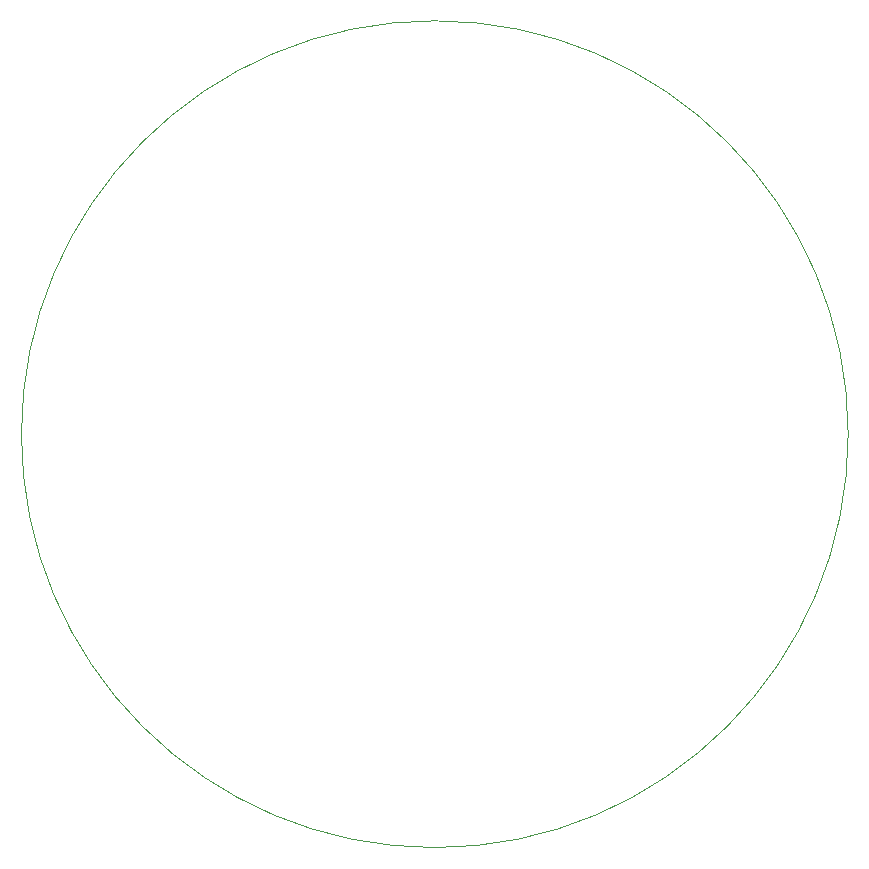
<source format=gm1>
G04 #@! TF.GenerationSoftware,KiCad,Pcbnew,(5.1.2-1)-1*
G04 #@! TF.CreationDate,2019-07-21T21:36:06+01:00*
G04 #@! TF.ProjectId,glowy_nfc_reader_module,676c6f77-795f-46e6-9663-5f7265616465,rev?*
G04 #@! TF.SameCoordinates,Original*
G04 #@! TF.FileFunction,Profile,NP*
%FSLAX46Y46*%
G04 Gerber Fmt 4.6, Leading zero omitted, Abs format (unit mm)*
G04 Created by KiCad (PCBNEW (5.1.2-1)-1) date 2019-07-21 21:36:06*
%MOMM*%
%LPD*%
G04 APERTURE LIST*
%ADD10C,0.120000*%
G04 APERTURE END LIST*
D10*
X183590000Y-103335000D02*
G75*
G03X183590000Y-103335000I-35000000J0D01*
G01*
M02*

</source>
